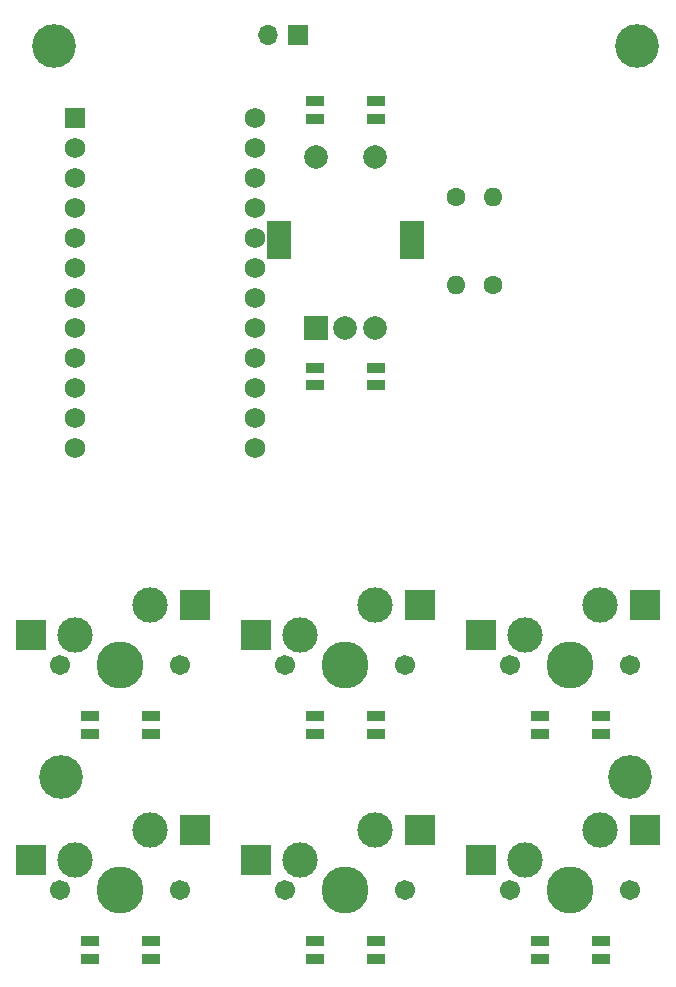
<source format=gbs>
%TF.GenerationSoftware,KiCad,Pcbnew,(6.0.1)*%
%TF.CreationDate,2022-01-30T14:08:35+01:00*%
%TF.ProjectId,Little Big Scroll 6,4c697474-6c65-4204-9269-67205363726f,v1.0*%
%TF.SameCoordinates,Original*%
%TF.FileFunction,Soldermask,Bot*%
%TF.FilePolarity,Negative*%
%FSLAX46Y46*%
G04 Gerber Fmt 4.6, Leading zero omitted, Abs format (unit mm)*
G04 Created by KiCad (PCBNEW (6.0.1)) date 2022-01-30 14:08:35*
%MOMM*%
%LPD*%
G01*
G04 APERTURE LIST*
G04 Aperture macros list*
%AMRoundRect*
0 Rectangle with rounded corners*
0 $1 Rounding radius*
0 $2 $3 $4 $5 $6 $7 $8 $9 X,Y pos of 4 corners*
0 Add a 4 corners polygon primitive as box body*
4,1,4,$2,$3,$4,$5,$6,$7,$8,$9,$2,$3,0*
0 Add four circle primitives for the rounded corners*
1,1,$1+$1,$2,$3*
1,1,$1+$1,$4,$5*
1,1,$1+$1,$6,$7*
1,1,$1+$1,$8,$9*
0 Add four rect primitives between the rounded corners*
20,1,$1+$1,$2,$3,$4,$5,0*
20,1,$1+$1,$4,$5,$6,$7,0*
20,1,$1+$1,$6,$7,$8,$9,0*
20,1,$1+$1,$8,$9,$2,$3,0*%
G04 Aperture macros list end*
%ADD10R,1.752600X1.752600*%
%ADD11C,1.752600*%
%ADD12C,3.000000*%
%ADD13C,3.987800*%
%ADD14C,1.701800*%
%ADD15R,2.550000X2.500000*%
%ADD16R,2.000000X2.000000*%
%ADD17C,2.000000*%
%ADD18R,2.000000X3.200000*%
%ADD19RoundRect,0.082000X-0.718000X0.328000X-0.718000X-0.328000X0.718000X-0.328000X0.718000X0.328000X0*%
%ADD20C,3.700000*%
%ADD21C,1.600000*%
%ADD22O,1.600000X1.600000*%
%ADD23R,1.700000X1.700000*%
%ADD24O,1.700000X1.700000*%
G04 APERTURE END LIST*
D10*
X87340000Y-56870000D03*
D11*
X87340000Y-59410000D03*
X87340000Y-61950000D03*
X87340000Y-64490000D03*
X87340000Y-67030000D03*
X87340000Y-69570000D03*
X87340000Y-72110000D03*
X87340000Y-74650000D03*
X87340000Y-77190000D03*
X87340000Y-79730000D03*
X87340000Y-82270000D03*
X87340000Y-84810000D03*
X102580000Y-84810000D03*
X102580000Y-82270000D03*
X102580000Y-79730000D03*
X102580000Y-77190000D03*
X102580000Y-74650000D03*
X102580000Y-72110000D03*
X102580000Y-69570000D03*
X102580000Y-67030000D03*
X102580000Y-64490000D03*
X102580000Y-61950000D03*
X102580000Y-59410000D03*
X102580000Y-56870000D03*
D12*
X87410000Y-100620000D03*
D13*
X91220000Y-103160000D03*
D14*
X96300000Y-103160000D03*
D12*
X93760000Y-98080000D03*
D14*
X86140000Y-103160000D03*
D15*
X97510000Y-98080000D03*
X83660000Y-100620000D03*
D12*
X106460000Y-100620000D03*
D13*
X110270000Y-103160000D03*
D12*
X112810000Y-98080000D03*
D14*
X105190000Y-103160000D03*
X115350000Y-103160000D03*
D15*
X116560000Y-98080000D03*
X102710000Y-100620000D03*
D12*
X125510000Y-100620000D03*
D14*
X124240000Y-103160000D03*
X134400000Y-103160000D03*
D12*
X131860000Y-98080000D03*
D13*
X129320000Y-103160000D03*
D15*
X135610000Y-98080000D03*
X121760000Y-100620000D03*
D12*
X87410000Y-119670000D03*
D14*
X86140000Y-122210000D03*
D13*
X91220000Y-122210000D03*
D12*
X93760000Y-117130000D03*
D14*
X96300000Y-122210000D03*
D15*
X97510000Y-117130000D03*
X83660000Y-119670000D03*
D14*
X115350000Y-122210000D03*
D13*
X110270000Y-122210000D03*
D12*
X106460000Y-119670000D03*
X112810000Y-117130000D03*
D14*
X105190000Y-122210000D03*
D15*
X116560000Y-117130000D03*
X102710000Y-119670000D03*
D12*
X125510000Y-119670000D03*
D14*
X124240000Y-122210000D03*
X134400000Y-122210000D03*
D13*
X129320000Y-122210000D03*
D12*
X131860000Y-117130000D03*
D15*
X135610000Y-117130000D03*
X121760000Y-119670000D03*
D16*
X107770000Y-74660000D03*
D17*
X112770000Y-74660000D03*
X110270000Y-74660000D03*
D18*
X115870000Y-67160000D03*
X104670000Y-67160000D03*
D17*
X112770000Y-60160000D03*
X107770000Y-60160000D03*
D19*
X93820000Y-107489999D03*
X93820000Y-108989999D03*
X88620000Y-108989999D03*
X88620000Y-107489999D03*
X112870000Y-107489999D03*
X112870000Y-108989999D03*
X107670000Y-108989999D03*
X107670000Y-107489999D03*
X126720000Y-107489999D03*
X126720000Y-108989999D03*
X131920000Y-108989999D03*
X131920000Y-107489999D03*
X93820000Y-126539999D03*
X93820000Y-128039999D03*
X88620000Y-128039999D03*
X88620000Y-126539999D03*
X112870000Y-126539999D03*
X112870000Y-128039999D03*
X107670000Y-128039999D03*
X107670000Y-126539999D03*
X131920000Y-126539999D03*
X131920000Y-128039999D03*
X126720000Y-128039999D03*
X126720000Y-126539999D03*
X107670000Y-55424999D03*
X107670000Y-56924999D03*
X112870000Y-56924999D03*
X112870000Y-55424999D03*
X107670000Y-77999999D03*
X107670000Y-79499999D03*
X112870000Y-79499999D03*
X112870000Y-77999999D03*
D20*
X86220000Y-112685000D03*
X134320000Y-112685000D03*
X134940000Y-50730000D03*
X85600000Y-50730000D03*
D21*
X119590000Y-63520000D03*
D22*
X119590000Y-71020000D03*
D21*
X122770000Y-71020000D03*
D22*
X122770000Y-63520000D03*
D23*
X106250000Y-49810000D03*
D24*
X103710000Y-49810000D03*
M02*

</source>
